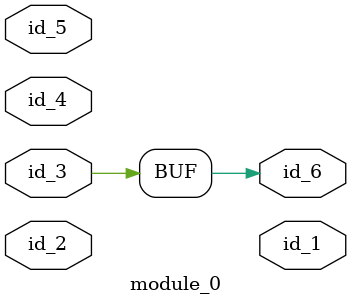
<source format=v>
module module_0 (
    id_1,
    id_2,
    id_3,
    id_4,
    id_5,
    id_6
);
  output wire id_6;
  input wire id_5;
  input wire id_4;
  input wire id_3;
  input wire id_2;
  output wire id_1;
  assign id_6 = id_3 && id_3;
  wire id_7;
  wire id_8;
endmodule
module module_1 (
    id_1,
    id_2,
    id_3
);
  input wire id_3;
  inout wire id_2;
  output wire id_1;
  wire id_4;
  module_0 modCall_1 (
      id_4,
      id_3,
      id_4,
      id_3,
      id_3,
      id_4
  );
  wire id_5;
  wire id_6;
  wire id_7;
endmodule

</source>
